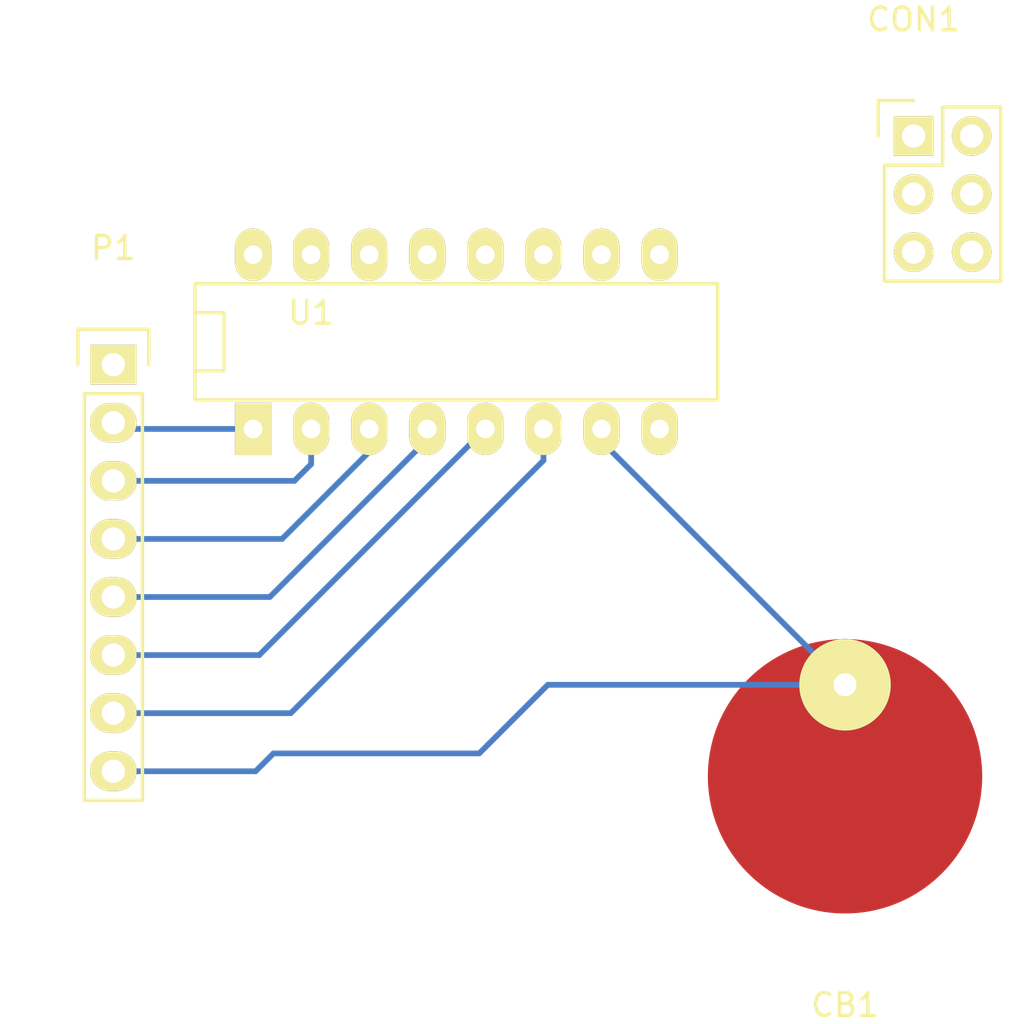
<source format=kicad_pcb>
(kicad_pcb (version 4) (host pcbnew "(2015-03-18 BZR 5525)-product")

  (general
    (links 11)
    (no_connects 3)
    (area 0 0 0 0)
    (thickness 1.6)
    (drawings 0)
    (tracks 23)
    (zones 0)
    (modules 4)
    (nets 21)
  )

  (page A4)
  (layers
    (0 F.Cu signal)
    (31 B.Cu signal)
    (32 B.Adhes user)
    (33 F.Adhes user)
    (34 B.Paste user)
    (35 F.Paste user)
    (36 B.SilkS user)
    (37 F.SilkS user)
    (38 B.Mask user)
    (39 F.Mask user)
    (40 Dwgs.User user)
    (41 Cmts.User user)
    (42 Eco1.User user)
    (43 Eco2.User user)
    (44 Edge.Cuts user)
    (45 Margin user)
    (46 B.CrtYd user)
    (47 F.CrtYd user)
    (48 B.Fab user)
    (49 F.Fab user)
  )

  (setup
    (last_trace_width 0.25)
    (trace_clearance 0.2)
    (zone_clearance 0.508)
    (zone_45_only no)
    (trace_min 0.2)
    (segment_width 0.2)
    (edge_width 0.1)
    (via_size 0.6)
    (via_drill 0.4)
    (via_min_size 0.4)
    (via_min_drill 0.3)
    (uvia_size 0.3)
    (uvia_drill 0.1)
    (uvias_allowed no)
    (uvia_min_size 0.2)
    (uvia_min_drill 0.1)
    (pcb_text_width 0.3)
    (pcb_text_size 1.5 1.5)
    (mod_edge_width 0.15)
    (mod_text_size 1 1)
    (mod_text_width 0.15)
    (pad_size 1.5 1.5)
    (pad_drill 0.6)
    (pad_to_mask_clearance 0)
    (aux_axis_origin 0 0)
    (visible_elements FFFFFF7F)
    (pcbplotparams
      (layerselection 0x00030_80000001)
      (usegerberextensions false)
      (excludeedgelayer true)
      (linewidth 0.100000)
      (plotframeref false)
      (viasonmask false)
      (mode 1)
      (useauxorigin false)
      (hpglpennumber 1)
      (hpglpenspeed 20)
      (hpglpendiameter 15)
      (hpglpenoverlay 2)
      (psnegative false)
      (psa4output false)
      (plotreference true)
      (plotvalue true)
      (plotinvisibletext false)
      (padsonsilk false)
      (subtractmaskfromsilk false)
      (outputformat 1)
      (mirror false)
      (drillshape 1)
      (scaleselection 1)
      (outputdirectory ""))
  )

  (net 0 "")
  (net 1 "Net-(CON1-Pad1)")
  (net 2 +5V)
  (net 3 "Net-(CON1-Pad3)")
  (net 4 "Net-(CON1-Pad4)")
  (net 5 "Net-(CON1-Pad5)")
  (net 6 GND)
  (net 7 "Net-(P1-Pad1)")
  (net 8 "Net-(P1-Pad2)")
  (net 9 "Net-(P1-Pad3)")
  (net 10 "Net-(P1-Pad4)")
  (net 11 "Net-(P1-Pad5)")
  (net 12 "Net-(P1-Pad6)")
  (net 13 "Net-(P1-Pad7)")
  (net 14 /Clear)
  (net 15 /Clock)
  (net 16 "Net-(U1-Pad12)")
  (net 17 "Net-(U1-Pad13)")
  (net 18 "Net-(U1-Pad14)")
  (net 19 VCC)
  (net 20 "Net-(CB1-Pad1)")

  (net_class Default "Ceci est la Netclass par défaut"
    (clearance 0.2)
    (trace_width 0.25)
    (via_dia 0.6)
    (via_drill 0.4)
    (uvia_dia 0.3)
    (uvia_drill 0.1)
    (add_net +5V)
    (add_net /Clear)
    (add_net /Clock)
    (add_net GND)
    (add_net "Net-(CB1-Pad1)")
    (add_net "Net-(CON1-Pad1)")
    (add_net "Net-(CON1-Pad3)")
    (add_net "Net-(CON1-Pad4)")
    (add_net "Net-(CON1-Pad5)")
    (add_net "Net-(P1-Pad1)")
    (add_net "Net-(P1-Pad2)")
    (add_net "Net-(P1-Pad3)")
    (add_net "Net-(P1-Pad4)")
    (add_net "Net-(P1-Pad5)")
    (add_net "Net-(P1-Pad6)")
    (add_net "Net-(P1-Pad7)")
    (add_net "Net-(U1-Pad12)")
    (add_net "Net-(U1-Pad13)")
    (add_net "Net-(U1-Pad14)")
    (add_net VCC)
  )

  (module testProjKicad:CapacitiveButton10mm (layer F.Cu) (tedit 550D5D9B) (tstamp 550D5DDE)
    (at 138 122)
    (path /550D5C5F)
    (fp_text reference CB1 (at 0 10) (layer F.SilkS)
      (effects (font (size 1 1) (thickness 0.15)))
    )
    (fp_text value CapacitiveButton (at 0 -10) (layer F.Fab)
      (effects (font (size 1 1) (thickness 0.15)))
    )
    (pad 1 thru_hole circle (at 0 -4) (size 4 4) (drill 1) (layers *.Cu *.Mask F.SilkS)
      (net 20 "Net-(CB1-Pad1)"))
    (pad "" smd circle (at 0 0) (size 12 12) (layers F.Cu F.Paste F.Mask)
      (solder_mask_margin 2) (clearance 2))
  )

  (module Pin_Headers:Pin_Header_Straight_2x03 (layer F.Cu) (tedit 54EA0A4B) (tstamp 550D5DF5)
    (at 141 94)
    (descr "Through hole pin header")
    (tags "pin header")
    (path /550C4C23)
    (fp_text reference CON1 (at 0 -5.1) (layer F.SilkS)
      (effects (font (size 1 1) (thickness 0.15)))
    )
    (fp_text value AVR-ISP-6 (at 0 -3.1) (layer F.Fab)
      (effects (font (size 1 1) (thickness 0.15)))
    )
    (fp_line (start -1.27 1.27) (end -1.27 6.35) (layer F.SilkS) (width 0.15))
    (fp_line (start -1.55 -1.55) (end 0 -1.55) (layer F.SilkS) (width 0.15))
    (fp_line (start -1.75 -1.75) (end -1.75 6.85) (layer F.CrtYd) (width 0.05))
    (fp_line (start 4.3 -1.75) (end 4.3 6.85) (layer F.CrtYd) (width 0.05))
    (fp_line (start -1.75 -1.75) (end 4.3 -1.75) (layer F.CrtYd) (width 0.05))
    (fp_line (start -1.75 6.85) (end 4.3 6.85) (layer F.CrtYd) (width 0.05))
    (fp_line (start 1.27 -1.27) (end 1.27 1.27) (layer F.SilkS) (width 0.15))
    (fp_line (start 1.27 1.27) (end -1.27 1.27) (layer F.SilkS) (width 0.15))
    (fp_line (start -1.27 6.35) (end 3.81 6.35) (layer F.SilkS) (width 0.15))
    (fp_line (start 3.81 6.35) (end 3.81 1.27) (layer F.SilkS) (width 0.15))
    (fp_line (start -1.55 -1.55) (end -1.55 0) (layer F.SilkS) (width 0.15))
    (fp_line (start 3.81 -1.27) (end 1.27 -1.27) (layer F.SilkS) (width 0.15))
    (fp_line (start 3.81 1.27) (end 3.81 -1.27) (layer F.SilkS) (width 0.15))
    (pad 1 thru_hole rect (at 0 0) (size 1.7272 1.7272) (drill 1.016) (layers *.Cu *.Mask F.SilkS)
      (net 1 "Net-(CON1-Pad1)"))
    (pad 2 thru_hole oval (at 2.54 0) (size 1.7272 1.7272) (drill 1.016) (layers *.Cu *.Mask F.SilkS)
      (net 2 +5V))
    (pad 3 thru_hole oval (at 0 2.54) (size 1.7272 1.7272) (drill 1.016) (layers *.Cu *.Mask F.SilkS)
      (net 3 "Net-(CON1-Pad3)"))
    (pad 4 thru_hole oval (at 2.54 2.54) (size 1.7272 1.7272) (drill 1.016) (layers *.Cu *.Mask F.SilkS)
      (net 4 "Net-(CON1-Pad4)"))
    (pad 5 thru_hole oval (at 0 5.08) (size 1.7272 1.7272) (drill 1.016) (layers *.Cu *.Mask F.SilkS)
      (net 5 "Net-(CON1-Pad5)"))
    (pad 6 thru_hole oval (at 2.54 5.08) (size 1.7272 1.7272) (drill 1.016) (layers *.Cu *.Mask F.SilkS)
      (net 6 GND))
    (model Pin_Headers.3dshapes/Pin_Header_Straight_2x03.wrl
      (at (xyz 0.05 -0.1 0))
      (scale (xyz 1 1 1))
      (rotate (xyz 0 0 90))
    )
  )

  (module Pin_Headers:Pin_Header_Straight_1x08 (layer F.Cu) (tedit 0) (tstamp 550D5E0C)
    (at 106 104)
    (descr "Through hole pin header")
    (tags "pin header")
    (path /550C4C5C)
    (fp_text reference P1 (at 0 -5.1) (layer F.SilkS)
      (effects (font (size 1 1) (thickness 0.15)))
    )
    (fp_text value CONN_01X08 (at 0 -3.1) (layer F.Fab)
      (effects (font (size 1 1) (thickness 0.15)))
    )
    (fp_line (start -1.75 -1.75) (end -1.75 19.55) (layer F.CrtYd) (width 0.05))
    (fp_line (start 1.75 -1.75) (end 1.75 19.55) (layer F.CrtYd) (width 0.05))
    (fp_line (start -1.75 -1.75) (end 1.75 -1.75) (layer F.CrtYd) (width 0.05))
    (fp_line (start -1.75 19.55) (end 1.75 19.55) (layer F.CrtYd) (width 0.05))
    (fp_line (start 1.27 1.27) (end 1.27 19.05) (layer F.SilkS) (width 0.15))
    (fp_line (start 1.27 19.05) (end -1.27 19.05) (layer F.SilkS) (width 0.15))
    (fp_line (start -1.27 19.05) (end -1.27 1.27) (layer F.SilkS) (width 0.15))
    (fp_line (start 1.55 -1.55) (end 1.55 0) (layer F.SilkS) (width 0.15))
    (fp_line (start 1.27 1.27) (end -1.27 1.27) (layer F.SilkS) (width 0.15))
    (fp_line (start -1.55 0) (end -1.55 -1.55) (layer F.SilkS) (width 0.15))
    (fp_line (start -1.55 -1.55) (end 1.55 -1.55) (layer F.SilkS) (width 0.15))
    (pad 1 thru_hole rect (at 0 0) (size 2.032 1.7272) (drill 1.016) (layers *.Cu *.Mask F.SilkS)
      (net 7 "Net-(P1-Pad1)"))
    (pad 2 thru_hole oval (at 0 2.54) (size 2.032 1.7272) (drill 1.016) (layers *.Cu *.Mask F.SilkS)
      (net 8 "Net-(P1-Pad2)"))
    (pad 3 thru_hole oval (at 0 5.08) (size 2.032 1.7272) (drill 1.016) (layers *.Cu *.Mask F.SilkS)
      (net 9 "Net-(P1-Pad3)"))
    (pad 4 thru_hole oval (at 0 7.62) (size 2.032 1.7272) (drill 1.016) (layers *.Cu *.Mask F.SilkS)
      (net 10 "Net-(P1-Pad4)"))
    (pad 5 thru_hole oval (at 0 10.16) (size 2.032 1.7272) (drill 1.016) (layers *.Cu *.Mask F.SilkS)
      (net 11 "Net-(P1-Pad5)"))
    (pad 6 thru_hole oval (at 0 12.7) (size 2.032 1.7272) (drill 1.016) (layers *.Cu *.Mask F.SilkS)
      (net 12 "Net-(P1-Pad6)"))
    (pad 7 thru_hole oval (at 0 15.24) (size 2.032 1.7272) (drill 1.016) (layers *.Cu *.Mask F.SilkS)
      (net 13 "Net-(P1-Pad7)"))
    (pad 8 thru_hole oval (at 0 17.78) (size 2.032 1.7272) (drill 1.016) (layers *.Cu *.Mask F.SilkS)
      (net 20 "Net-(CB1-Pad1)"))
    (model Pin_Headers.3dshapes/Pin_Header_Straight_1x08.wrl
      (at (xyz 0 -0.35 0))
      (scale (xyz 1 1 1))
      (rotate (xyz 0 0 90))
    )
  )

  (module Housings_DIP:DIP-16__300_ELL (layer F.Cu) (tedit 0) (tstamp 550D5E28)
    (at 121 103)
    (descr "16 pins DIL package, elliptical pads")
    (tags DIL)
    (path /550C4B11)
    (fp_text reference U1 (at -6.35 -1.27) (layer F.SilkS)
      (effects (font (size 1 1) (thickness 0.15)))
    )
    (fp_text value 74HC595 (at 1.27 1.27) (layer F.Fab)
      (effects (font (size 1 1) (thickness 0.15)))
    )
    (fp_line (start -11.43 -1.27) (end -11.43 -1.27) (layer F.SilkS) (width 0.15))
    (fp_line (start -11.43 -1.27) (end -10.16 -1.27) (layer F.SilkS) (width 0.15))
    (fp_line (start -10.16 -1.27) (end -10.16 1.27) (layer F.SilkS) (width 0.15))
    (fp_line (start -10.16 1.27) (end -11.43 1.27) (layer F.SilkS) (width 0.15))
    (fp_line (start -11.43 -2.54) (end 11.43 -2.54) (layer F.SilkS) (width 0.15))
    (fp_line (start 11.43 -2.54) (end 11.43 2.54) (layer F.SilkS) (width 0.15))
    (fp_line (start 11.43 2.54) (end -11.43 2.54) (layer F.SilkS) (width 0.15))
    (fp_line (start -11.43 2.54) (end -11.43 -2.54) (layer F.SilkS) (width 0.15))
    (pad 1 thru_hole rect (at -8.89 3.81) (size 1.5748 2.286) (drill 0.8128) (layers *.Cu *.Mask F.SilkS)
      (net 8 "Net-(P1-Pad2)"))
    (pad 2 thru_hole oval (at -6.35 3.81) (size 1.5748 2.286) (drill 0.8128) (layers *.Cu *.Mask F.SilkS)
      (net 9 "Net-(P1-Pad3)"))
    (pad 3 thru_hole oval (at -3.81 3.81) (size 1.5748 2.286) (drill 0.8128) (layers *.Cu *.Mask F.SilkS)
      (net 10 "Net-(P1-Pad4)"))
    (pad 4 thru_hole oval (at -1.27 3.81) (size 1.5748 2.286) (drill 0.8128) (layers *.Cu *.Mask F.SilkS)
      (net 11 "Net-(P1-Pad5)"))
    (pad 5 thru_hole oval (at 1.27 3.81) (size 1.5748 2.286) (drill 0.8128) (layers *.Cu *.Mask F.SilkS)
      (net 12 "Net-(P1-Pad6)"))
    (pad 6 thru_hole oval (at 3.81 3.81) (size 1.5748 2.286) (drill 0.8128) (layers *.Cu *.Mask F.SilkS)
      (net 13 "Net-(P1-Pad7)"))
    (pad 7 thru_hole oval (at 6.35 3.81) (size 1.5748 2.286) (drill 0.8128) (layers *.Cu *.Mask F.SilkS)
      (net 20 "Net-(CB1-Pad1)"))
    (pad 8 thru_hole oval (at 8.89 3.81) (size 1.5748 2.286) (drill 0.8128) (layers *.Cu *.Mask F.SilkS)
      (net 6 GND))
    (pad 9 thru_hole oval (at 8.89 -3.81) (size 1.5748 2.286) (drill 0.8128) (layers *.Cu *.Mask F.SilkS)
      (net 20 "Net-(CB1-Pad1)"))
    (pad 10 thru_hole oval (at 6.35 -3.81) (size 1.5748 2.286) (drill 0.8128) (layers *.Cu *.Mask F.SilkS)
      (net 14 /Clear))
    (pad 11 thru_hole oval (at 3.81 -3.81) (size 1.5748 2.286) (drill 0.8128) (layers *.Cu *.Mask F.SilkS)
      (net 15 /Clock))
    (pad 12 thru_hole oval (at 1.27 -3.81) (size 1.5748 2.286) (drill 0.8128) (layers *.Cu *.Mask F.SilkS)
      (net 16 "Net-(U1-Pad12)"))
    (pad 13 thru_hole oval (at -1.27 -3.81) (size 1.5748 2.286) (drill 0.8128) (layers *.Cu *.Mask F.SilkS)
      (net 17 "Net-(U1-Pad13)"))
    (pad 14 thru_hole oval (at -3.81 -3.81) (size 1.5748 2.286) (drill 0.8128) (layers *.Cu *.Mask F.SilkS)
      (net 18 "Net-(U1-Pad14)"))
    (pad 15 thru_hole oval (at -6.35 -3.81) (size 1.5748 2.286) (drill 0.8128) (layers *.Cu *.Mask F.SilkS)
      (net 7 "Net-(P1-Pad1)"))
    (pad 16 thru_hole oval (at -8.89 -3.81) (size 1.5748 2.286) (drill 0.8128) (layers *.Cu *.Mask F.SilkS)
      (net 19 VCC))
    (model Sockets_DIP.3dshapes/DIP-16__300_ELL.wrl
      (at (xyz 0 0 0))
      (scale (xyz 1 1 1))
      (rotate (xyz 0 0 0))
    )
  )

  (segment (start 112.11 106.81) (end 106.27 106.81) (width 0.25) (layer B.Cu) (net 8) (status C00000))
  (segment (start 106.27 106.81) (end 106 106.54) (width 0.25) (layer B.Cu) (net 8) (tstamp 550D5EDB) (status C00000))
  (segment (start 114.65 106.81) (end 114.65 108.35) (width 0.25) (layer B.Cu) (net 9) (status 400000))
  (segment (start 113.92 109.08) (end 106 109.08) (width 0.25) (layer B.Cu) (net 9) (tstamp 550D5ED8) (status 800000))
  (segment (start 114.65 108.35) (end 113.92 109.08) (width 0.25) (layer B.Cu) (net 9) (tstamp 550D5ED6))
  (segment (start 117.19 106.81) (end 117.19 107.81) (width 0.25) (layer B.Cu) (net 10) (status C00000))
  (segment (start 117.19 107.81) (end 113.38 111.62) (width 0.25) (layer B.Cu) (net 10) (tstamp 550D5ED0) (status 400000))
  (segment (start 113.38 111.62) (end 106 111.62) (width 0.25) (layer B.Cu) (net 10) (tstamp 550D5ED2) (status 800000))
  (segment (start 119.73 106.81) (end 119.73 107.27) (width 0.25) (layer B.Cu) (net 11) (status C00000))
  (segment (start 119.73 107.27) (end 112.84 114.16) (width 0.25) (layer B.Cu) (net 11) (tstamp 550D5ECB) (status 400000))
  (segment (start 112.84 114.16) (end 106 114.16) (width 0.25) (layer B.Cu) (net 11) (tstamp 550D5ECC) (status 800000))
  (segment (start 106 116.7) (end 112.38 116.7) (width 0.25) (layer B.Cu) (net 12) (status 400000))
  (segment (start 112.38 116.7) (end 122.27 106.81) (width 0.25) (layer B.Cu) (net 12) (tstamp 550D5EC7) (status 800000))
  (segment (start 124.81 106.81) (end 124.81 108.19) (width 0.25) (layer B.Cu) (net 13) (status 400000))
  (segment (start 113.76 119.24) (end 106 119.24) (width 0.25) (layer B.Cu) (net 13) (tstamp 550D5EC3) (status 800000))
  (segment (start 124.81 108.19) (end 113.76 119.24) (width 0.25) (layer B.Cu) (net 13) (tstamp 550D5EC0))
  (segment (start 138 118) (end 125 118) (width 0.25) (layer B.Cu) (net 20))
  (segment (start 125 118) (end 122 121) (width 0.25) (layer B.Cu) (net 20))
  (segment (start 122 121) (end 113 121) (width 0.25) (layer B.Cu) (net 20))
  (segment (start 113 121) (end 112.22 121.78) (width 0.25) (layer B.Cu) (net 20))
  (segment (start 112.22 121.78) (end 106 121.78) (width 0.25) (layer B.Cu) (net 20))
  (segment (start 127.35 106.81) (end 127.35 107.35) (width 0.25) (layer B.Cu) (net 20) (status C00000))
  (segment (start 127.35 107.35) (end 138 118) (width 0.25) (layer B.Cu) (net 20) (tstamp 550D5EB6) (status C00000))

)

</source>
